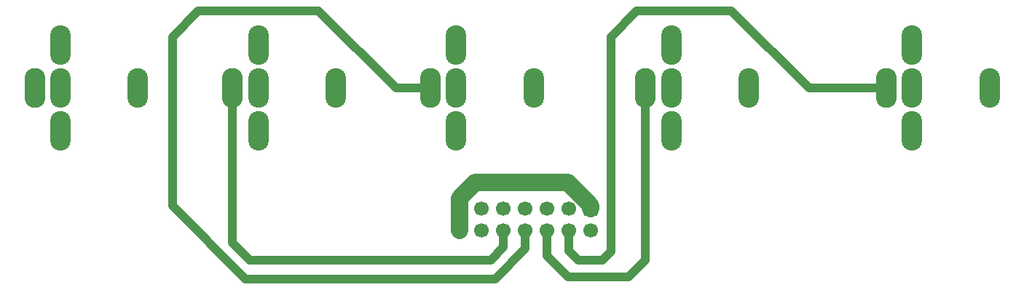
<source format=gbl>
G04 #@! TF.GenerationSoftware,KiCad,Pcbnew,(6.0.0)*
G04 #@! TF.CreationDate,2022-06-26T22:57:09+02:00*
G04 #@! TF.ProjectId,mht-ctl-back,6d68742d-6374-46c2-9d62-61636b2e6b69,rev?*
G04 #@! TF.SameCoordinates,Original*
G04 #@! TF.FileFunction,Copper,L2,Bot*
G04 #@! TF.FilePolarity,Positive*
%FSLAX46Y46*%
G04 Gerber Fmt 4.6, Leading zero omitted, Abs format (unit mm)*
G04 Created by KiCad (PCBNEW (6.0.0)) date 2022-06-26 22:57:09*
%MOMM*%
%LPD*%
G01*
G04 APERTURE LIST*
G04 Aperture macros list*
%AMRoundRect*
0 Rectangle with rounded corners*
0 $1 Rounding radius*
0 $2 $3 $4 $5 $6 $7 $8 $9 X,Y pos of 4 corners*
0 Add a 4 corners polygon primitive as box body*
4,1,4,$2,$3,$4,$5,$6,$7,$8,$9,$2,$3,0*
0 Add four circle primitives for the rounded corners*
1,1,$1+$1,$2,$3*
1,1,$1+$1,$4,$5*
1,1,$1+$1,$6,$7*
1,1,$1+$1,$8,$9*
0 Add four rect primitives between the rounded corners*
20,1,$1+$1,$2,$3,$4,$5,0*
20,1,$1+$1,$4,$5,$6,$7,0*
20,1,$1+$1,$6,$7,$8,$9,0*
20,1,$1+$1,$8,$9,$2,$3,0*%
G04 Aperture macros list end*
G04 #@! TA.AperFunction,ComponentPad*
%ADD10O,2.400000X4.600000*%
G04 #@! TD*
G04 #@! TA.AperFunction,ComponentPad*
%ADD11O,2.400000X4.660000*%
G04 #@! TD*
G04 #@! TA.AperFunction,ComponentPad*
%ADD12RoundRect,0.250000X-0.600000X0.600000X-0.600000X-0.600000X0.600000X-0.600000X0.600000X0.600000X0*%
G04 #@! TD*
G04 #@! TA.AperFunction,ComponentPad*
%ADD13C,1.700000*%
G04 #@! TD*
G04 #@! TA.AperFunction,Conductor*
%ADD14C,1.000000*%
G04 #@! TD*
G04 #@! TA.AperFunction,Conductor*
%ADD15C,2.000000*%
G04 #@! TD*
G04 APERTURE END LIST*
D10*
X159000000Y-98000000D03*
X159000000Y-103000000D03*
X159000000Y-108000000D03*
D11*
X156000000Y-103000000D03*
D10*
X168000000Y-103000000D03*
X187000000Y-98000000D03*
X187000000Y-103000000D03*
X187000000Y-108000000D03*
D11*
X184000000Y-103000000D03*
D10*
X196000000Y-103000000D03*
X111000000Y-98000000D03*
X111000000Y-103000000D03*
X111000000Y-108000000D03*
D11*
X108000000Y-103000000D03*
D10*
X120000000Y-103000000D03*
X88000000Y-98000000D03*
X88000000Y-103000000D03*
X88000000Y-108000000D03*
D11*
X85000000Y-103000000D03*
D10*
X97000000Y-103000000D03*
X134000000Y-98000000D03*
X134000000Y-103000000D03*
X134000000Y-108000000D03*
D11*
X131000000Y-103000000D03*
D10*
X143000000Y-103000000D03*
D12*
X149620000Y-117000000D03*
D13*
X149620000Y-119540000D03*
X147080000Y-117000000D03*
X147080000Y-119540000D03*
X144540000Y-117000000D03*
X144540000Y-119540000D03*
X142000000Y-117000000D03*
X142000000Y-119540000D03*
X139460000Y-117000000D03*
X139460000Y-119540000D03*
X136920000Y-117000000D03*
X136920000Y-119540000D03*
X134380000Y-117000000D03*
X134380000Y-119540000D03*
D14*
X110000000Y-123000000D02*
X108000000Y-121000000D01*
X139460000Y-119540000D02*
X139460000Y-121540000D01*
X138000000Y-123000000D02*
X110000000Y-123000000D01*
X139460000Y-121540000D02*
X138000000Y-123000000D01*
X108000000Y-121000000D02*
X108000000Y-103000000D01*
X142000000Y-119540000D02*
X142000000Y-121696364D01*
X131000000Y-103000000D02*
X127000000Y-103000000D01*
X138496854Y-125199510D02*
X109503146Y-125199510D01*
X109503146Y-125199510D02*
X101000000Y-116696364D01*
X127000000Y-103000000D02*
X118000000Y-94000000D01*
X101000000Y-97000000D02*
X104000000Y-94000000D01*
X142000000Y-121696364D02*
X138496854Y-125199510D01*
X101000000Y-116696364D02*
X101000000Y-97000000D01*
X104000000Y-94000000D02*
X118000000Y-94000000D01*
X156000000Y-123000000D02*
X156000000Y-103000000D01*
X154000000Y-125000000D02*
X156000000Y-123000000D01*
X144540000Y-119540000D02*
X144540000Y-122540000D01*
X147000000Y-125000000D02*
X154000000Y-125000000D01*
X144540000Y-122540000D02*
X147000000Y-125000000D01*
X148160000Y-123000000D02*
X151000000Y-123000000D01*
X151000000Y-123000000D02*
X152000000Y-122000000D01*
X152000000Y-101000000D02*
X152000000Y-97000000D01*
X175000000Y-103000000D02*
X166000000Y-94000000D01*
X147080000Y-121920000D02*
X148160000Y-123000000D01*
X152000000Y-97000000D02*
X155000000Y-94000000D01*
X184000000Y-103000000D02*
X175000000Y-103000000D01*
X147080000Y-119540000D02*
X147080000Y-121920000D01*
X152000000Y-122000000D02*
X152000000Y-101213674D01*
X155000000Y-94000000D02*
X166000000Y-94000000D01*
D15*
X146978447Y-114000000D02*
X149620000Y-116641553D01*
X134380000Y-115797919D02*
X136177919Y-114000000D01*
X136177919Y-114000000D02*
X146978447Y-114000000D01*
X149620000Y-116641553D02*
X149620000Y-117000000D01*
X134380000Y-117000000D02*
X134380000Y-115797919D01*
X134380000Y-117000000D02*
X134380000Y-119540000D01*
M02*

</source>
